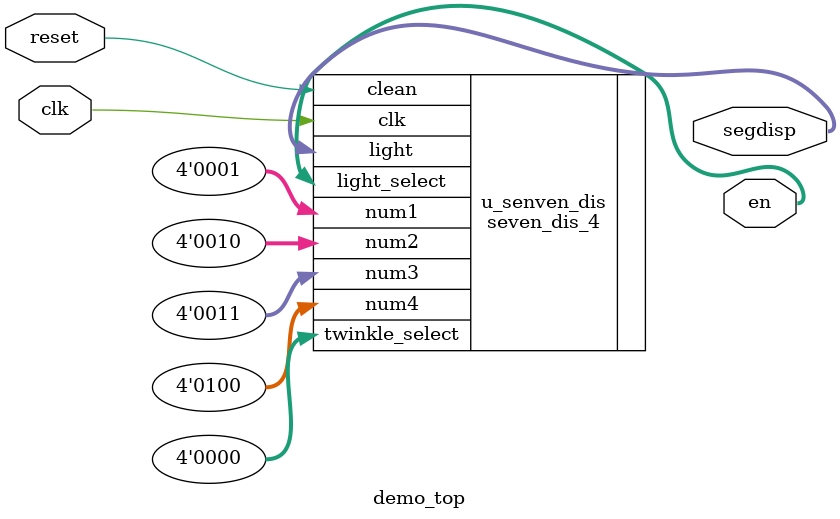
<source format=v>
module demo_top (segdisp, en, reset, clk);

output	[7:0]	segdisp;
output	[3:0]	en;
input			reset;
input			clk;

seven_dis_4 u_senven_dis (
	.clean (reset),
	.clk (clk),
	.twinkle_select (4'b0000),
	.num1 (4'h1),
	.num2 (4'h2),
	.num3 (4'h3),
	.num4 (4'h4),
	.light_select (en),
	.light (segdisp)
);

endmodule



















</source>
